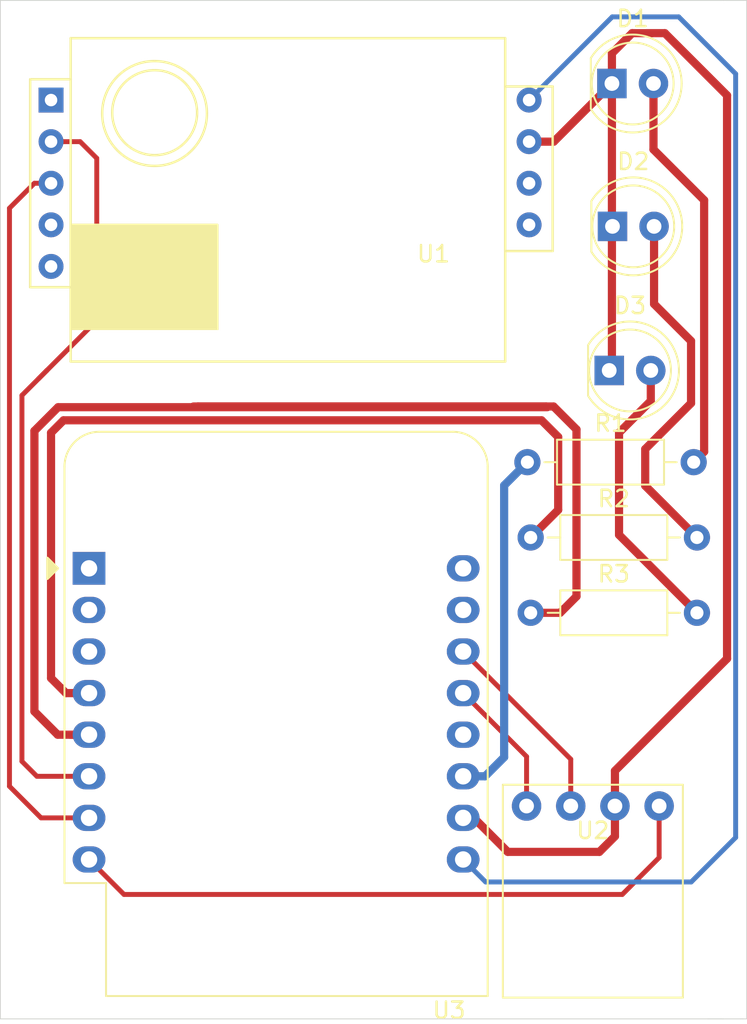
<source format=kicad_pcb>
(kicad_pcb (version 20171130) (host pcbnew "(5.1.8)-1")

  (general
    (thickness 1.6)
    (drawings 9)
    (tracks 86)
    (zones 0)
    (modules 9)
    (nets 25)
  )

  (page A4)
  (layers
    (0 F.Cu signal)
    (31 B.Cu signal)
    (32 B.Adhes user)
    (33 F.Adhes user)
    (34 B.Paste user)
    (35 F.Paste user)
    (36 B.SilkS user)
    (37 F.SilkS user)
    (38 B.Mask user)
    (39 F.Mask user)
    (40 Dwgs.User user)
    (41 Cmts.User user)
    (42 Eco1.User user)
    (43 Eco2.User user)
    (44 Edge.Cuts user)
    (45 Margin user)
    (46 B.CrtYd user)
    (47 F.CrtYd user)
    (48 B.Fab user)
    (49 F.Fab user)
  )

  (setup
    (last_trace_width 0.3)
    (trace_clearance 0.3)
    (zone_clearance 0.508)
    (zone_45_only no)
    (trace_min 0.2)
    (via_size 0.8)
    (via_drill 0.4)
    (via_min_size 0.4)
    (via_min_drill 0.3)
    (uvia_size 0.3)
    (uvia_drill 0.1)
    (uvias_allowed no)
    (uvia_min_size 0.2)
    (uvia_min_drill 0.1)
    (edge_width 0.05)
    (segment_width 0.2)
    (pcb_text_width 0.3)
    (pcb_text_size 1.5 1.5)
    (mod_edge_width 0.12)
    (mod_text_size 1 1)
    (mod_text_width 0.15)
    (pad_size 1.524 1.524)
    (pad_drill 0.762)
    (pad_to_mask_clearance 0)
    (aux_axis_origin 0 0)
    (visible_elements 7FFFFFFF)
    (pcbplotparams
      (layerselection 0x010fc_ffffffff)
      (usegerberextensions false)
      (usegerberattributes true)
      (usegerberadvancedattributes true)
      (creategerberjobfile true)
      (excludeedgelayer true)
      (linewidth 0.100000)
      (plotframeref false)
      (viasonmask false)
      (mode 1)
      (useauxorigin false)
      (hpglpennumber 1)
      (hpglpenspeed 20)
      (hpglpendiameter 15.000000)
      (psnegative false)
      (psa4output false)
      (plotreference true)
      (plotvalue true)
      (plotinvisibletext false)
      (padsonsilk false)
      (subtractmaskfromsilk false)
      (outputformat 1)
      (mirror false)
      (drillshape 0)
      (scaleselection 1)
      (outputdirectory "JLCPCB/"))
  )

  (net 0 "")
  (net 1 "Net-(D1-Pad1)")
  (net 2 "Net-(D1-Pad2)")
  (net 3 "Net-(D2-Pad2)")
  (net 4 "Net-(D3-Pad2)")
  (net 5 "Net-(R1-Pad1)")
  (net 6 "Net-(R2-Pad1)")
  (net 7 "Net-(R3-Pad1)")
  (net 8 "Net-(U1-Pad9)")
  (net 9 "Net-(U1-Pad8)")
  (net 10 "Net-(U1-Pad6)")
  (net 11 "Net-(U1-Pad5)")
  (net 12 "Net-(U1-Pad4)")
  (net 13 "Net-(U1-Pad3)")
  (net 14 "Net-(U1-Pad2)")
  (net 15 "Net-(U1-Pad1)")
  (net 16 "Net-(U2-Pad3)")
  (net 17 "Net-(U2-Pad4)")
  (net 18 "Net-(U3-Pad2)")
  (net 19 "Net-(U3-Pad1)")
  (net 20 "Net-(U3-Pad3)")
  (net 21 "Net-(U3-Pad12)")
  (net 22 "Net-(U3-Pad15)")
  (net 23 "Net-(U3-Pad16)")
  (net 24 "Net-(U2-Pad1)")

  (net_class Default "This is the default net class."
    (clearance 0.3)
    (trace_width 0.3)
    (via_dia 0.8)
    (via_drill 0.4)
    (uvia_dia 0.3)
    (uvia_drill 0.1)
    (add_net "Net-(U1-Pad1)")
    (add_net "Net-(U1-Pad2)")
    (add_net "Net-(U1-Pad3)")
    (add_net "Net-(U1-Pad4)")
    (add_net "Net-(U1-Pad5)")
    (add_net "Net-(U1-Pad6)")
    (add_net "Net-(U1-Pad8)")
    (add_net "Net-(U1-Pad9)")
    (add_net "Net-(U2-Pad1)")
    (add_net "Net-(U2-Pad3)")
    (add_net "Net-(U2-Pad4)")
    (add_net "Net-(U3-Pad1)")
    (add_net "Net-(U3-Pad12)")
    (add_net "Net-(U3-Pad15)")
    (add_net "Net-(U3-Pad16)")
    (add_net "Net-(U3-Pad2)")
    (add_net "Net-(U3-Pad3)")
  )

  (net_class PWR ""
    (clearance 0.3)
    (trace_width 0.5)
    (via_dia 0.8)
    (via_drill 0.4)
    (uvia_dia 0.3)
    (uvia_drill 0.1)
    (add_net "Net-(D1-Pad1)")
    (add_net "Net-(D1-Pad2)")
    (add_net "Net-(D2-Pad2)")
    (add_net "Net-(D3-Pad2)")
    (add_net "Net-(R1-Pad1)")
    (add_net "Net-(R2-Pad1)")
    (add_net "Net-(R3-Pad1)")
  )

  (module Module:WEMOS_D1_mini_light (layer F.Cu) (tedit 5BBFB1CE) (tstamp 5FD27F05)
    (at 221.015001 132.485001)
    (descr "16-pin module, column spacing 22.86 mm (900 mils), https://wiki.wemos.cc/products:d1:d1_mini, https://c1.staticflickr.com/1/734/31400410271_f278b087db_z.jpg")
    (tags "ESP8266 WiFi microcontroller")
    (path /5FCD2C92)
    (fp_text reference U3 (at 22 27) (layer F.SilkS)
      (effects (font (size 1 1) (thickness 0.15)))
    )
    (fp_text value WeMos_D1_mini (at 11.7 0) (layer F.Fab)
      (effects (font (size 1 1) (thickness 0.15)))
    )
    (fp_line (start 1.04 19.22) (end 1.04 26.12) (layer F.SilkS) (width 0.12))
    (fp_line (start -1.5 19.22) (end 1.04 19.22) (layer F.SilkS) (width 0.12))
    (fp_line (start -0.37 0) (end -1.37 -1) (layer F.Fab) (width 0.1))
    (fp_line (start -1.37 1) (end -0.37 0) (layer F.Fab) (width 0.1))
    (fp_line (start -1.37 -6.21) (end -1.37 -1) (layer F.Fab) (width 0.1))
    (fp_line (start 1.17 19.09) (end 1.17 25.99) (layer F.Fab) (width 0.1))
    (fp_line (start -1.37 19.09) (end 1.17 19.09) (layer F.Fab) (width 0.1))
    (fp_line (start -1.35 -7.4) (end -0.55 -8.2) (layer Dwgs.User) (width 0.1))
    (fp_line (start -1.3 -5.45) (end 1.45 -8.2) (layer Dwgs.User) (width 0.1))
    (fp_line (start -1.35 -3.4) (end 3.45 -8.2) (layer Dwgs.User) (width 0.1))
    (fp_line (start 22.65 -1.4) (end 24.25 -3) (layer Dwgs.User) (width 0.1))
    (fp_line (start 20.65 -1.4) (end 24.25 -5) (layer Dwgs.User) (width 0.1))
    (fp_line (start 18.65 -1.4) (end 24.25 -7) (layer Dwgs.User) (width 0.1))
    (fp_line (start 16.65 -1.4) (end 23.45 -8.2) (layer Dwgs.User) (width 0.1))
    (fp_line (start 14.65 -1.4) (end 21.45 -8.2) (layer Dwgs.User) (width 0.1))
    (fp_line (start 12.65 -1.4) (end 19.45 -8.2) (layer Dwgs.User) (width 0.1))
    (fp_line (start 10.65 -1.4) (end 17.45 -8.2) (layer Dwgs.User) (width 0.1))
    (fp_line (start 8.65 -1.4) (end 15.45 -8.2) (layer Dwgs.User) (width 0.1))
    (fp_line (start 6.65 -1.4) (end 13.45 -8.2) (layer Dwgs.User) (width 0.1))
    (fp_line (start 4.65 -1.4) (end 11.45 -8.2) (layer Dwgs.User) (width 0.1))
    (fp_line (start 2.65 -1.4) (end 9.45 -8.2) (layer Dwgs.User) (width 0.1))
    (fp_line (start 0.65 -1.4) (end 7.45 -8.2) (layer Dwgs.User) (width 0.1))
    (fp_line (start -1.35 -1.4) (end 5.45 -8.2) (layer Dwgs.User) (width 0.1))
    (fp_line (start -1.35 -8.2) (end -1.35 -1.4) (layer Dwgs.User) (width 0.1))
    (fp_line (start 24.25 -8.2) (end -1.35 -8.2) (layer Dwgs.User) (width 0.1))
    (fp_line (start 24.25 -1.4) (end 24.25 -8.2) (layer Dwgs.User) (width 0.1))
    (fp_line (start -1.35 -1.4) (end 24.25 -1.4) (layer Dwgs.User) (width 0.1))
    (fp_poly (pts (xy -2.54 -0.635) (xy -2.54 0.635) (xy -1.905 0)) (layer F.SilkS) (width 0.15))
    (fp_line (start -1.62 26.24) (end -1.62 -8.46) (layer F.CrtYd) (width 0.05))
    (fp_line (start 24.48 26.24) (end -1.62 26.24) (layer F.CrtYd) (width 0.05))
    (fp_line (start 24.48 -8.41) (end 24.48 26.24) (layer F.CrtYd) (width 0.05))
    (fp_line (start -1.62 -8.46) (end 24.48 -8.46) (layer F.CrtYd) (width 0.05))
    (fp_line (start -1.37 1) (end -1.37 19.09) (layer F.Fab) (width 0.1))
    (fp_line (start 22.23 -8.21) (end 0.63 -8.21) (layer F.Fab) (width 0.1))
    (fp_line (start 24.23 25.99) (end 24.23 -6.21) (layer F.Fab) (width 0.1))
    (fp_line (start 1.17 25.99) (end 24.23 25.99) (layer F.Fab) (width 0.1))
    (fp_line (start 22.24 -8.34) (end 0.63 -8.34) (layer F.SilkS) (width 0.12))
    (fp_line (start 24.36 26.12) (end 24.36 -6.21) (layer F.SilkS) (width 0.12))
    (fp_line (start -1.5 19.22) (end -1.5 -6.21) (layer F.SilkS) (width 0.12))
    (fp_line (start 1.04 26.12) (end 24.36 26.12) (layer F.SilkS) (width 0.12))
    (fp_text user %R (at 11.43 10) (layer F.Fab)
      (effects (font (size 1 1) (thickness 0.15)))
    )
    (fp_arc (start 0.63 -6.21) (end 0.63 -8.21) (angle -90) (layer F.Fab) (width 0.1))
    (fp_arc (start 22.23 -6.21) (end 24.23 -6.19) (angle -90) (layer F.Fab) (width 0.1))
    (fp_arc (start 0.63 -6.21) (end 0.63 -8.34) (angle -90) (layer F.SilkS) (width 0.12))
    (fp_arc (start 22.23 -6.21) (end 24.36 -6.21) (angle -90) (layer F.SilkS) (width 0.12))
    (fp_text user "KEEP OUT" (at 11.43 -6.35) (layer Cmts.User)
      (effects (font (size 1 1) (thickness 0.15)))
    )
    (fp_text user "No copper" (at 11.43 -3.81) (layer Cmts.User)
      (effects (font (size 1 1) (thickness 0.15)))
    )
    (pad 2 thru_hole oval (at 0 2.54) (size 2 1.6) (drill 1) (layers *.Cu *.Mask)
      (net 18 "Net-(U3-Pad2)"))
    (pad 1 thru_hole rect (at 0 0) (size 2 2) (drill 1) (layers *.Cu *.Mask)
      (net 19 "Net-(U3-Pad1)"))
    (pad 3 thru_hole oval (at 0 5.08) (size 2 1.6) (drill 1) (layers *.Cu *.Mask)
      (net 20 "Net-(U3-Pad3)"))
    (pad 4 thru_hole oval (at 0 7.62) (size 2 1.6) (drill 1) (layers *.Cu *.Mask)
      (net 6 "Net-(R2-Pad1)"))
    (pad 5 thru_hole oval (at 0 10.16) (size 2 1.6) (drill 1) (layers *.Cu *.Mask)
      (net 7 "Net-(R3-Pad1)"))
    (pad 6 thru_hole oval (at 0 12.7) (size 2 1.6) (drill 1) (layers *.Cu *.Mask)
      (net 14 "Net-(U1-Pad2)"))
    (pad 7 thru_hole oval (at 0 15.24) (size 2 1.6) (drill 1) (layers *.Cu *.Mask)
      (net 13 "Net-(U1-Pad3)"))
    (pad 8 thru_hole oval (at 0 17.78) (size 2 1.6) (drill 1) (layers *.Cu *.Mask)
      (net 24 "Net-(U2-Pad1)"))
    (pad 9 thru_hole oval (at 22.86 17.78) (size 2 1.6) (drill 1) (layers *.Cu *.Mask)
      (net 10 "Net-(U1-Pad6)"))
    (pad 10 thru_hole oval (at 22.86 15.24) (size 2 1.6) (drill 1) (layers *.Cu *.Mask)
      (net 1 "Net-(D1-Pad1)"))
    (pad 11 thru_hole oval (at 22.86 12.7) (size 2 1.6) (drill 1) (layers *.Cu *.Mask)
      (net 5 "Net-(R1-Pad1)"))
    (pad 12 thru_hole oval (at 22.86 10.16) (size 2 1.6) (drill 1) (layers *.Cu *.Mask)
      (net 21 "Net-(U3-Pad12)"))
    (pad 13 thru_hole oval (at 22.86 7.62) (size 2 1.6) (drill 1) (layers *.Cu *.Mask)
      (net 17 "Net-(U2-Pad4)"))
    (pad 14 thru_hole oval (at 22.86 5.08) (size 2 1.6) (drill 1) (layers *.Cu *.Mask)
      (net 16 "Net-(U2-Pad3)"))
    (pad 15 thru_hole oval (at 22.86 2.54) (size 2 1.6) (drill 1) (layers *.Cu *.Mask)
      (net 22 "Net-(U3-Pad15)"))
    (pad 16 thru_hole oval (at 22.86 0) (size 2 1.6) (drill 1) (layers *.Cu *.Mask)
      (net 23 "Net-(U3-Pad16)"))
    (model ${KISYS3DMOD}/Module.3dshapes/WEMOS_D1_mini_light.wrl
      (at (xyz 0 0 0))
      (scale (xyz 1 1 1))
      (rotate (xyz 0 0 0))
    )
    (model ${KISYS3DMOD}/Connector_PinHeader_2.54mm.3dshapes/PinHeader_1x08_P2.54mm_Vertical.wrl
      (offset (xyz 0 0 9.5))
      (scale (xyz 1 1 1))
      (rotate (xyz 0 -180 0))
    )
    (model ${KISYS3DMOD}/Connector_PinHeader_2.54mm.3dshapes/PinHeader_1x08_P2.54mm_Vertical.wrl
      (offset (xyz 22.86 0 9.5))
      (scale (xyz 1 1 1))
      (rotate (xyz 0 -180 0))
    )
    (model ${KISYS3DMOD}/Connector_PinSocket_2.54mm.3dshapes/PinSocket_1x08_P2.54mm_Vertical.wrl
      (at (xyz 0 0 0))
      (scale (xyz 1 1 1))
      (rotate (xyz 0 0 0))
    )
    (model ${KISYS3DMOD}/Connector_PinSocket_2.54mm.3dshapes/PinSocket_1x08_P2.54mm_Vertical.wrl
      (offset (xyz 22.86 0 0))
      (scale (xyz 1 1 1))
      (rotate (xyz 0 0 0))
    )
  )

  (module LED_THT:LED_D5.0mm (layer F.Cu) (tedit 5995936A) (tstamp 5FD29705)
    (at 252.965001 102.875001)
    (descr "LED, diameter 5.0mm, 2 pins, http://cdn-reichelt.de/documents/datenblatt/A500/LL-504BC2E-009.pdf")
    (tags "LED diameter 5.0mm 2 pins")
    (path /5FD12599)
    (fp_text reference D1 (at 1.27 -3.96) (layer F.SilkS)
      (effects (font (size 1 1) (thickness 0.15)))
    )
    (fp_text value LED (at 1.27 3.96) (layer F.Fab)
      (effects (font (size 1 1) (thickness 0.15)))
    )
    (fp_line (start 4.5 -3.25) (end -1.95 -3.25) (layer F.CrtYd) (width 0.05))
    (fp_line (start 4.5 3.25) (end 4.5 -3.25) (layer F.CrtYd) (width 0.05))
    (fp_line (start -1.95 3.25) (end 4.5 3.25) (layer F.CrtYd) (width 0.05))
    (fp_line (start -1.95 -3.25) (end -1.95 3.25) (layer F.CrtYd) (width 0.05))
    (fp_line (start -1.29 -1.545) (end -1.29 1.545) (layer F.SilkS) (width 0.12))
    (fp_line (start -1.23 -1.469694) (end -1.23 1.469694) (layer F.Fab) (width 0.1))
    (fp_circle (center 1.27 0) (end 3.77 0) (layer F.SilkS) (width 0.12))
    (fp_circle (center 1.27 0) (end 3.77 0) (layer F.Fab) (width 0.1))
    (fp_arc (start 1.27 0) (end -1.23 -1.469694) (angle 299.1) (layer F.Fab) (width 0.1))
    (fp_arc (start 1.27 0) (end -1.29 -1.54483) (angle 148.9) (layer F.SilkS) (width 0.12))
    (fp_arc (start 1.27 0) (end -1.29 1.54483) (angle -148.9) (layer F.SilkS) (width 0.12))
    (fp_text user %R (at 1.25 0) (layer F.Fab)
      (effects (font (size 0.8 0.8) (thickness 0.2)))
    )
    (pad 1 thru_hole rect (at 0 0) (size 1.8 1.8) (drill 0.9) (layers *.Cu *.Mask)
      (net 1 "Net-(D1-Pad1)"))
    (pad 2 thru_hole circle (at 2.54 0) (size 1.8 1.8) (drill 0.9) (layers *.Cu *.Mask)
      (net 2 "Net-(D1-Pad2)"))
    (model ${KISYS3DMOD}/LED_THT.3dshapes/LED_D5.0mm.wrl
      (at (xyz 0 0 0))
      (scale (xyz 1 1 1))
      (rotate (xyz 0 0 0))
    )
  )

  (module LED_THT:LED_D5.0mm (layer F.Cu) (tedit 5995936A) (tstamp 5FD296D2)
    (at 253 111.6)
    (descr "LED, diameter 5.0mm, 2 pins, http://cdn-reichelt.de/documents/datenblatt/A500/LL-504BC2E-009.pdf")
    (tags "LED diameter 5.0mm 2 pins")
    (path /5FD136A0)
    (fp_text reference D2 (at 1.27 -3.96) (layer F.SilkS)
      (effects (font (size 1 1) (thickness 0.15)))
    )
    (fp_text value LED (at 1.27 3.96) (layer F.Fab)
      (effects (font (size 1 1) (thickness 0.15)))
    )
    (fp_circle (center 1.27 0) (end 3.77 0) (layer F.Fab) (width 0.1))
    (fp_circle (center 1.27 0) (end 3.77 0) (layer F.SilkS) (width 0.12))
    (fp_line (start -1.23 -1.469694) (end -1.23 1.469694) (layer F.Fab) (width 0.1))
    (fp_line (start -1.29 -1.545) (end -1.29 1.545) (layer F.SilkS) (width 0.12))
    (fp_line (start -1.95 -3.25) (end -1.95 3.25) (layer F.CrtYd) (width 0.05))
    (fp_line (start -1.95 3.25) (end 4.5 3.25) (layer F.CrtYd) (width 0.05))
    (fp_line (start 4.5 3.25) (end 4.5 -3.25) (layer F.CrtYd) (width 0.05))
    (fp_line (start 4.5 -3.25) (end -1.95 -3.25) (layer F.CrtYd) (width 0.05))
    (fp_text user %R (at 1.25 0) (layer F.Fab)
      (effects (font (size 0.8 0.8) (thickness 0.2)))
    )
    (fp_arc (start 1.27 0) (end -1.29 1.54483) (angle -148.9) (layer F.SilkS) (width 0.12))
    (fp_arc (start 1.27 0) (end -1.29 -1.54483) (angle 148.9) (layer F.SilkS) (width 0.12))
    (fp_arc (start 1.27 0) (end -1.23 -1.469694) (angle 299.1) (layer F.Fab) (width 0.1))
    (pad 2 thru_hole circle (at 2.54 0) (size 1.8 1.8) (drill 0.9) (layers *.Cu *.Mask)
      (net 3 "Net-(D2-Pad2)"))
    (pad 1 thru_hole rect (at 0 0) (size 1.8 1.8) (drill 0.9) (layers *.Cu *.Mask)
      (net 1 "Net-(D1-Pad1)"))
    (model ${KISYS3DMOD}/LED_THT.3dshapes/LED_D5.0mm.wrl
      (at (xyz 0 0 0))
      (scale (xyz 1 1 1))
      (rotate (xyz 0 0 0))
    )
  )

  (module LED_THT:LED_D5.0mm (layer F.Cu) (tedit 5995936A) (tstamp 5FD2977A)
    (at 252.8 120.4)
    (descr "LED, diameter 5.0mm, 2 pins, http://cdn-reichelt.de/documents/datenblatt/A500/LL-504BC2E-009.pdf")
    (tags "LED diameter 5.0mm 2 pins")
    (path /5FD14625)
    (fp_text reference D3 (at 1.27 -3.96) (layer F.SilkS)
      (effects (font (size 1 1) (thickness 0.15)))
    )
    (fp_text value LED (at 1.27 3.96) (layer F.Fab)
      (effects (font (size 1 1) (thickness 0.15)))
    )
    (fp_line (start 4.5 -3.25) (end -1.95 -3.25) (layer F.CrtYd) (width 0.05))
    (fp_line (start 4.5 3.25) (end 4.5 -3.25) (layer F.CrtYd) (width 0.05))
    (fp_line (start -1.95 3.25) (end 4.5 3.25) (layer F.CrtYd) (width 0.05))
    (fp_line (start -1.95 -3.25) (end -1.95 3.25) (layer F.CrtYd) (width 0.05))
    (fp_line (start -1.29 -1.545) (end -1.29 1.545) (layer F.SilkS) (width 0.12))
    (fp_line (start -1.23 -1.469694) (end -1.23 1.469694) (layer F.Fab) (width 0.1))
    (fp_circle (center 1.27 0) (end 3.77 0) (layer F.SilkS) (width 0.12))
    (fp_circle (center 1.27 0) (end 3.77 0) (layer F.Fab) (width 0.1))
    (fp_arc (start 1.27 0) (end -1.23 -1.469694) (angle 299.1) (layer F.Fab) (width 0.1))
    (fp_arc (start 1.27 0) (end -1.29 -1.54483) (angle 148.9) (layer F.SilkS) (width 0.12))
    (fp_arc (start 1.27 0) (end -1.29 1.54483) (angle -148.9) (layer F.SilkS) (width 0.12))
    (fp_text user %R (at 1.25 0) (layer F.Fab)
      (effects (font (size 0.8 0.8) (thickness 0.2)))
    )
    (pad 1 thru_hole rect (at 0 0) (size 1.8 1.8) (drill 0.9) (layers *.Cu *.Mask)
      (net 1 "Net-(D1-Pad1)"))
    (pad 2 thru_hole circle (at 2.54 0) (size 1.8 1.8) (drill 0.9) (layers *.Cu *.Mask)
      (net 4 "Net-(D3-Pad2)"))
    (model ${KISYS3DMOD}/LED_THT.3dshapes/LED_D5.0mm.wrl
      (at (xyz 0 0 0))
      (scale (xyz 1 1 1))
      (rotate (xyz 0 0 0))
    )
  )

  (module Resistor_THT:R_Axial_DIN0207_L6.3mm_D2.5mm_P10.16mm_Horizontal (layer F.Cu) (tedit 5AE5139B) (tstamp 5FD2973D)
    (at 247.8 126)
    (descr "Resistor, Axial_DIN0207 series, Axial, Horizontal, pin pitch=10.16mm, 0.25W = 1/4W, length*diameter=6.3*2.5mm^2, http://cdn-reichelt.de/documents/datenblatt/B400/1_4W%23YAG.pdf")
    (tags "Resistor Axial_DIN0207 series Axial Horizontal pin pitch 10.16mm 0.25W = 1/4W length 6.3mm diameter 2.5mm")
    (path /5FD1520A)
    (fp_text reference R1 (at 5.08 -2.37) (layer F.SilkS)
      (effects (font (size 1 1) (thickness 0.15)))
    )
    (fp_text value R (at 5.08 2.37) (layer F.Fab)
      (effects (font (size 1 1) (thickness 0.15)))
    )
    (fp_line (start 11.21 -1.5) (end -1.05 -1.5) (layer F.CrtYd) (width 0.05))
    (fp_line (start 11.21 1.5) (end 11.21 -1.5) (layer F.CrtYd) (width 0.05))
    (fp_line (start -1.05 1.5) (end 11.21 1.5) (layer F.CrtYd) (width 0.05))
    (fp_line (start -1.05 -1.5) (end -1.05 1.5) (layer F.CrtYd) (width 0.05))
    (fp_line (start 9.12 0) (end 8.35 0) (layer F.SilkS) (width 0.12))
    (fp_line (start 1.04 0) (end 1.81 0) (layer F.SilkS) (width 0.12))
    (fp_line (start 8.35 -1.37) (end 1.81 -1.37) (layer F.SilkS) (width 0.12))
    (fp_line (start 8.35 1.37) (end 8.35 -1.37) (layer F.SilkS) (width 0.12))
    (fp_line (start 1.81 1.37) (end 8.35 1.37) (layer F.SilkS) (width 0.12))
    (fp_line (start 1.81 -1.37) (end 1.81 1.37) (layer F.SilkS) (width 0.12))
    (fp_line (start 10.16 0) (end 8.23 0) (layer F.Fab) (width 0.1))
    (fp_line (start 0 0) (end 1.93 0) (layer F.Fab) (width 0.1))
    (fp_line (start 8.23 -1.25) (end 1.93 -1.25) (layer F.Fab) (width 0.1))
    (fp_line (start 8.23 1.25) (end 8.23 -1.25) (layer F.Fab) (width 0.1))
    (fp_line (start 1.93 1.25) (end 8.23 1.25) (layer F.Fab) (width 0.1))
    (fp_line (start 1.93 -1.25) (end 1.93 1.25) (layer F.Fab) (width 0.1))
    (fp_text user %R (at 5.08 0) (layer F.Fab)
      (effects (font (size 1 1) (thickness 0.15)))
    )
    (pad 1 thru_hole circle (at 0 0) (size 1.6 1.6) (drill 0.8) (layers *.Cu *.Mask)
      (net 5 "Net-(R1-Pad1)"))
    (pad 2 thru_hole oval (at 10.16 0) (size 1.6 1.6) (drill 0.8) (layers *.Cu *.Mask)
      (net 2 "Net-(D1-Pad2)"))
    (model ${KISYS3DMOD}/Resistor_THT.3dshapes/R_Axial_DIN0207_L6.3mm_D2.5mm_P10.16mm_Horizontal.wrl
      (at (xyz 0 0 0))
      (scale (xyz 1 1 1))
      (rotate (xyz 0 0 0))
    )
  )

  (module Resistor_THT:R_Axial_DIN0207_L6.3mm_D2.5mm_P10.16mm_Horizontal (layer F.Cu) (tedit 5AE5139B) (tstamp 5FD297FD)
    (at 248 130.6)
    (descr "Resistor, Axial_DIN0207 series, Axial, Horizontal, pin pitch=10.16mm, 0.25W = 1/4W, length*diameter=6.3*2.5mm^2, http://cdn-reichelt.de/documents/datenblatt/B400/1_4W%23YAG.pdf")
    (tags "Resistor Axial_DIN0207 series Axial Horizontal pin pitch 10.16mm 0.25W = 1/4W length 6.3mm diameter 2.5mm")
    (path /5FD163C1)
    (fp_text reference R2 (at 5.08 -2.37) (layer F.SilkS)
      (effects (font (size 1 1) (thickness 0.15)))
    )
    (fp_text value R (at 5.08 2.37) (layer F.Fab)
      (effects (font (size 1 1) (thickness 0.15)))
    )
    (fp_line (start 1.93 -1.25) (end 1.93 1.25) (layer F.Fab) (width 0.1))
    (fp_line (start 1.93 1.25) (end 8.23 1.25) (layer F.Fab) (width 0.1))
    (fp_line (start 8.23 1.25) (end 8.23 -1.25) (layer F.Fab) (width 0.1))
    (fp_line (start 8.23 -1.25) (end 1.93 -1.25) (layer F.Fab) (width 0.1))
    (fp_line (start 0 0) (end 1.93 0) (layer F.Fab) (width 0.1))
    (fp_line (start 10.16 0) (end 8.23 0) (layer F.Fab) (width 0.1))
    (fp_line (start 1.81 -1.37) (end 1.81 1.37) (layer F.SilkS) (width 0.12))
    (fp_line (start 1.81 1.37) (end 8.35 1.37) (layer F.SilkS) (width 0.12))
    (fp_line (start 8.35 1.37) (end 8.35 -1.37) (layer F.SilkS) (width 0.12))
    (fp_line (start 8.35 -1.37) (end 1.81 -1.37) (layer F.SilkS) (width 0.12))
    (fp_line (start 1.04 0) (end 1.81 0) (layer F.SilkS) (width 0.12))
    (fp_line (start 9.12 0) (end 8.35 0) (layer F.SilkS) (width 0.12))
    (fp_line (start -1.05 -1.5) (end -1.05 1.5) (layer F.CrtYd) (width 0.05))
    (fp_line (start -1.05 1.5) (end 11.21 1.5) (layer F.CrtYd) (width 0.05))
    (fp_line (start 11.21 1.5) (end 11.21 -1.5) (layer F.CrtYd) (width 0.05))
    (fp_line (start 11.21 -1.5) (end -1.05 -1.5) (layer F.CrtYd) (width 0.05))
    (fp_text user %R (at 5.08 0) (layer F.Fab)
      (effects (font (size 1 1) (thickness 0.15)))
    )
    (pad 2 thru_hole oval (at 10.16 0) (size 1.6 1.6) (drill 0.8) (layers *.Cu *.Mask)
      (net 3 "Net-(D2-Pad2)"))
    (pad 1 thru_hole circle (at 0 0) (size 1.6 1.6) (drill 0.8) (layers *.Cu *.Mask)
      (net 6 "Net-(R2-Pad1)"))
    (model ${KISYS3DMOD}/Resistor_THT.3dshapes/R_Axial_DIN0207_L6.3mm_D2.5mm_P10.16mm_Horizontal.wrl
      (at (xyz 0 0 0))
      (scale (xyz 1 1 1))
      (rotate (xyz 0 0 0))
    )
  )

  (module Resistor_THT:R_Axial_DIN0207_L6.3mm_D2.5mm_P10.16mm_Horizontal (layer F.Cu) (tedit 5AE5139B) (tstamp 5FD29695)
    (at 248 135.2)
    (descr "Resistor, Axial_DIN0207 series, Axial, Horizontal, pin pitch=10.16mm, 0.25W = 1/4W, length*diameter=6.3*2.5mm^2, http://cdn-reichelt.de/documents/datenblatt/B400/1_4W%23YAG.pdf")
    (tags "Resistor Axial_DIN0207 series Axial Horizontal pin pitch 10.16mm 0.25W = 1/4W length 6.3mm diameter 2.5mm")
    (path /5FD16E36)
    (fp_text reference R3 (at 5.08 -2.37) (layer F.SilkS)
      (effects (font (size 1 1) (thickness 0.15)))
    )
    (fp_text value R (at 5.08 2.37) (layer F.Fab)
      (effects (font (size 1 1) (thickness 0.15)))
    )
    (fp_line (start 11.21 -1.5) (end -1.05 -1.5) (layer F.CrtYd) (width 0.05))
    (fp_line (start 11.21 1.5) (end 11.21 -1.5) (layer F.CrtYd) (width 0.05))
    (fp_line (start -1.05 1.5) (end 11.21 1.5) (layer F.CrtYd) (width 0.05))
    (fp_line (start -1.05 -1.5) (end -1.05 1.5) (layer F.CrtYd) (width 0.05))
    (fp_line (start 9.12 0) (end 8.35 0) (layer F.SilkS) (width 0.12))
    (fp_line (start 1.04 0) (end 1.81 0) (layer F.SilkS) (width 0.12))
    (fp_line (start 8.35 -1.37) (end 1.81 -1.37) (layer F.SilkS) (width 0.12))
    (fp_line (start 8.35 1.37) (end 8.35 -1.37) (layer F.SilkS) (width 0.12))
    (fp_line (start 1.81 1.37) (end 8.35 1.37) (layer F.SilkS) (width 0.12))
    (fp_line (start 1.81 -1.37) (end 1.81 1.37) (layer F.SilkS) (width 0.12))
    (fp_line (start 10.16 0) (end 8.23 0) (layer F.Fab) (width 0.1))
    (fp_line (start 0 0) (end 1.93 0) (layer F.Fab) (width 0.1))
    (fp_line (start 8.23 -1.25) (end 1.93 -1.25) (layer F.Fab) (width 0.1))
    (fp_line (start 8.23 1.25) (end 8.23 -1.25) (layer F.Fab) (width 0.1))
    (fp_line (start 1.93 1.25) (end 8.23 1.25) (layer F.Fab) (width 0.1))
    (fp_line (start 1.93 -1.25) (end 1.93 1.25) (layer F.Fab) (width 0.1))
    (fp_text user %R (at 5.08 0) (layer F.Fab)
      (effects (font (size 1 1) (thickness 0.15)))
    )
    (pad 1 thru_hole circle (at 0 0) (size 1.6 1.6) (drill 0.8) (layers *.Cu *.Mask)
      (net 7 "Net-(R3-Pad1)"))
    (pad 2 thru_hole oval (at 10.16 0) (size 1.6 1.6) (drill 0.8) (layers *.Cu *.Mask)
      (net 4 "Net-(D3-Pad2)"))
    (model ${KISYS3DMOD}/Resistor_THT.3dshapes/R_Axial_DIN0207_L6.3mm_D2.5mm_P10.16mm_Horizontal.wrl
      (at (xyz 0 0 0))
      (scale (xyz 1 1 1))
      (rotate (xyz 0 0 0))
    )
  )

  (module mh-z19b:Winsen_MH-Z19B (layer F.Cu) (tedit 5F8B2EEF) (tstamp 5FD275D3)
    (at 218.694 117.856 180)
    (path /5FCBE99F)
    (fp_text reference U1 (at -23.368 4.572) (layer F.SilkS)
      (effects (font (size 1 1) (thickness 0.15)))
    )
    (fp_text value MH-Z19B (at -19.05 0.762) (layer F.Fab)
      (effects (font (size 1 1) (thickness 0.15)))
    )
    (fp_line (start -1.2 -2) (end -1.2 17.75) (layer F.SilkS) (width 0.15))
    (fp_poly (pts (xy -10.16 0) (xy -10.16 6.35) (xy -1.27 6.35) (xy -1.27 0)) (layer F.SilkS) (width 0.15))
    (fp_circle (center -6.330656 13.2) (end -8.530656 11.825) (layer F.SilkS) (width 0.15))
    (fp_circle (center -6.325 13.15) (end -9.425 12.35) (layer F.SilkS) (width 0.15))
    (fp_line (start -27.75 17.75) (end -1.2 17.75) (layer F.SilkS) (width 0.15))
    (fp_line (start -27.75 -2) (end -27.75 17.75) (layer F.SilkS) (width 0.15))
    (fp_line (start -30.65 14.8) (end -27.75 14.8) (layer F.SilkS) (width 0.15))
    (fp_line (start -30.65 4.75) (end -30.65 14.8) (layer F.SilkS) (width 0.15))
    (fp_line (start -27.75 4.75) (end -30.65 4.75) (layer F.SilkS) (width 0.15))
    (fp_line (start -1.27 2.54) (end 1.27 2.54) (layer F.SilkS) (width 0.15))
    (fp_line (start 1.275 2.54) (end 1.275 15.24) (layer F.SilkS) (width 0.15))
    (fp_line (start 1.27 15.24) (end -1.205 15.24) (layer F.SilkS) (width 0.15))
    (fp_line (start -1.2 -2) (end -27.75 -2) (layer F.SilkS) (width 0.15))
    (pad 9 thru_hole circle (at -29.21 6.35 180) (size 1.524 1.524) (drill 0.762) (layers *.Cu *.Mask)
      (net 8 "Net-(U1-Pad9)"))
    (pad 8 thru_hole circle (at -29.21 8.89 180) (size 1.524 1.524) (drill 0.762) (layers *.Cu *.Mask)
      (net 9 "Net-(U1-Pad8)"))
    (pad 7 thru_hole circle (at -29.21 11.43 180) (size 1.524 1.524) (drill 0.762) (layers *.Cu *.Mask)
      (net 1 "Net-(D1-Pad1)"))
    (pad 6 thru_hole circle (at -29.21 13.97 180) (size 1.524 1.524) (drill 0.762) (layers *.Cu *.Mask)
      (net 10 "Net-(U1-Pad6)"))
    (pad 5 thru_hole circle (at 0 3.81 180) (size 1.524 1.524) (drill 0.762) (layers *.Cu *.Mask)
      (net 11 "Net-(U1-Pad5)"))
    (pad 4 thru_hole circle (at 0 6.35 180) (size 1.524 1.524) (drill 0.762) (layers *.Cu *.Mask)
      (net 12 "Net-(U1-Pad4)"))
    (pad 3 thru_hole circle (at 0 8.89 180) (size 1.524 1.524) (drill 0.762) (layers *.Cu *.Mask)
      (net 13 "Net-(U1-Pad3)"))
    (pad 2 thru_hole circle (at 0 11.43 180) (size 1.524 1.524) (drill 0.762) (layers *.Cu *.Mask)
      (net 14 "Net-(U1-Pad2)"))
    (pad 1 thru_hole rect (at 0 13.97 180) (size 1.524 1.524) (drill 0.762) (layers *.Cu *.Mask)
      (net 15 "Net-(U1-Pad1)"))
  )

  (module GY-BME280:GY-BME280 (layer F.Cu) (tedit 5FD0FFBB) (tstamp 5FD28798)
    (at 251.8 149 180)
    (path /5FD2126B)
    (fp_text reference U2 (at 0 0.5) (layer F.SilkS)
      (effects (font (size 1 1) (thickness 0.15)))
    )
    (fp_text value gybmep (at 0 -0.5) (layer F.Fab)
      (effects (font (size 1 1) (thickness 0.15)))
    )
    (fp_line (start -5.5 3.3) (end 5.5 3.3) (layer F.SilkS) (width 0.12))
    (fp_line (start 5.5 3.3) (end 5.5 -9.7) (layer F.SilkS) (width 0.12))
    (fp_line (start 5.5 -9.7) (end -5.5 -9.7) (layer F.SilkS) (width 0.12))
    (fp_line (start -5.5 -9.7) (end -5.5 3.3) (layer F.SilkS) (width 0.12))
    (pad 4 thru_hole circle (at 4.05 2 180) (size 1.8 1.8) (drill 0.9) (layers *.Cu *.Mask)
      (net 17 "Net-(U2-Pad4)"))
    (pad 3 thru_hole circle (at 1.35 2 180) (size 1.8 1.8) (drill 0.9) (layers *.Cu *.Mask)
      (net 16 "Net-(U2-Pad3)"))
    (pad 2 thru_hole circle (at -1.35 2 180) (size 1.8 1.8) (drill 0.9) (layers *.Cu *.Mask)
      (net 1 "Net-(D1-Pad1)"))
    (pad 1 thru_hole circle (at -4.05 2 180) (size 1.8 1.8) (drill 0.9) (layers *.Cu *.Mask)
      (net 24 "Net-(U2-Pad1)"))
  )

  (gr_text mvich@escoladisseny.com (at 233 156.6) (layer Dwgs.User)
    (effects (font (size 1 1) (thickness 0.15)))
  )
  (gr_line (start 261.2 160) (end 260.8 160) (layer Edge.Cuts) (width 0.05))
  (gr_line (start 261.2 97.8) (end 261.2 160) (layer Edge.Cuts) (width 0.05))
  (gr_line (start 261 97.8) (end 261.2 97.8) (layer Edge.Cuts) (width 0.05))
  (gr_line (start 259.8 97.8) (end 261 97.8) (layer Edge.Cuts) (width 0.05) (tstamp 5FD29436))
  (gr_line (start 261 160) (end 258.8 160) (layer Edge.Cuts) (width 0.05))
  (gr_line (start 215.6 160) (end 215.6 97.8) (layer Edge.Cuts) (width 0.05) (tstamp 5FD29003))
  (gr_line (start 259.8 160) (end 215.6 160) (layer Edge.Cuts) (width 0.05))
  (gr_line (start 215.6 97.8) (end 259.8 97.8) (layer Edge.Cuts) (width 0.05))

  (segment (start 252.965001 120.234999) (end 252.8 120.4) (width 0.5) (layer F.Cu) (net 1) (tstamp 5FD2988A))
  (segment (start 252.965001 102.875001) (end 252.965001 120.234999) (width 0.5) (layer F.Cu) (net 1) (tstamp 5FD29887))
  (segment (start 243.875001 147.725001) (end 244.525001 147.725001) (width 0.5) (layer F.Cu) (net 1) (tstamp 5FD2985D))
  (segment (start 244.525001 147.725001) (end 246.6 149.8) (width 0.5) (layer F.Cu) (net 1) (tstamp 5FD29869))
  (segment (start 246.6 149.8) (end 252.2 149.8) (width 0.5) (layer F.Cu) (net 1) (tstamp 5FD29860))
  (segment (start 253.15 148.85) (end 253.15 147) (width 0.5) (layer F.Cu) (net 1) (tstamp 5FD29866))
  (segment (start 252.2 149.8) (end 253.15 148.85) (width 0.5) (layer F.Cu) (net 1) (tstamp 5FD29863))
  (segment (start 253.15 147) (end 253.15 144.85) (width 0.5) (layer F.Cu) (net 1) (tstamp 5FD2967D))
  (segment (start 253.15 144.85) (end 260 138) (width 0.5) (layer F.Cu) (net 1) (tstamp 5FD2966E))
  (segment (start 260 138) (end 260 103.6) (width 0.5) (layer F.Cu) (net 1) (tstamp 5FD29671))
  (segment (start 260 103.6) (end 256.2 99.8) (width 0.5) (layer F.Cu) (net 1) (tstamp 5FD2966B))
  (segment (start 256.2 99.8) (end 254.2 99.8) (width 0.5) (layer F.Cu) (net 1) (tstamp 5FD29659))
  (segment (start 252.965001 101.034999) (end 252.965001 102.875001) (width 0.5) (layer F.Cu) (net 1) (tstamp 5FD29662))
  (segment (start 254.2 99.8) (end 252.965001 101.034999) (width 0.5) (layer F.Cu) (net 1) (tstamp 5FD29668))
  (segment (start 249.414002 106.426) (end 252.965001 102.875001) (width 0.5) (layer F.Cu) (net 1))
  (segment (start 247.904 106.426) (end 249.414002 106.426) (width 0.5) (layer F.Cu) (net 1))
  (segment (start 255.505001 102.875001) (end 255.505001 106.905001) (width 0.5) (layer F.Cu) (net 2) (tstamp 5FD29857))
  (segment (start 258.60001 125.35999) (end 257.96 126) (width 0.5) (layer F.Cu) (net 2) (tstamp 5FD29845))
  (segment (start 258.60001 110.00001) (end 258.60001 125.35999) (width 0.5) (layer F.Cu) (net 2) (tstamp 5FD29833))
  (segment (start 255.505001 106.905001) (end 258.60001 110.00001) (width 0.5) (layer F.Cu) (net 2) (tstamp 5FD29854))
  (segment (start 255.54 111.6) (end 255.54 116.34) (width 0.5) (layer F.Cu) (net 3) (tstamp 5FD2985A))
  (segment (start 255.54 116.34) (end 257.8 118.6) (width 0.5) (layer F.Cu) (net 3) (tstamp 5FD2984B))
  (segment (start 257.8 118.6) (end 257.8 122.4) (width 0.5) (layer F.Cu) (net 3) (tstamp 5FD2983C))
  (segment (start 257.8 122.4) (end 255 125.2) (width 0.5) (layer F.Cu) (net 3) (tstamp 5FD29836))
  (segment (start 255 127.44) (end 258.16 130.6) (width 0.5) (layer F.Cu) (net 3) (tstamp 5FD29848))
  (segment (start 255 125.2) (end 255 127.44) (width 0.5) (layer F.Cu) (net 3) (tstamp 5FD29842))
  (segment (start 255.34 120.4) (end 255.34 122.26) (width 0.5) (layer F.Cu) (net 4) (tstamp 5FD2983F))
  (segment (start 255.34 122.26) (end 253.4 124.2) (width 0.5) (layer F.Cu) (net 4) (tstamp 5FD29839))
  (segment (start 253.4 130.44) (end 258.16 135.2) (width 0.5) (layer F.Cu) (net 4) (tstamp 5FD29851))
  (segment (start 253.4 124.2) (end 253.4 130.44) (width 0.5) (layer F.Cu) (net 4) (tstamp 5FD2984E))
  (segment (start 247.8 126) (end 246.38 127.42) (width 0.5) (layer B.Cu) (net 5))
  (segment (start 246.38 127.42) (end 246.38 144.018) (width 0.5) (layer B.Cu) (net 5))
  (segment (start 245.212999 145.185001) (end 243.875001 145.185001) (width 0.5) (layer B.Cu) (net 5))
  (segment (start 246.38 144.018) (end 245.212999 145.185001) (width 0.5) (layer B.Cu) (net 5))
  (segment (start 221.015001 140.535799) (end 221.015001 140.105001) (width 0.5) (layer F.Cu) (net 6) (tstamp 5FD29884))
  (segment (start 219.607001 140.105001) (end 221.015001 140.105001) (width 0.5) (layer F.Cu) (net 6))
  (segment (start 218.694 139.192) (end 219.607001 140.105001) (width 0.5) (layer F.Cu) (net 6))
  (segment (start 218.694 124.206) (end 218.694 139.192) (width 0.5) (layer F.Cu) (net 6))
  (segment (start 219.456 123.444) (end 218.694 124.206) (width 0.5) (layer F.Cu) (net 6))
  (segment (start 248.666 123.444) (end 219.456 123.444) (width 0.5) (layer F.Cu) (net 6))
  (segment (start 249.682 124.46) (end 248.666 123.444) (width 0.5) (layer F.Cu) (net 6))
  (segment (start 249.682 128.918) (end 249.682 124.46) (width 0.5) (layer F.Cu) (net 6))
  (segment (start 248 130.6) (end 249.682 128.918) (width 0.5) (layer F.Cu) (net 6))
  (segment (start 250.8 124) (end 249.4 122.6) (width 0.5) (layer F.Cu) (net 7) (tstamp 5FD2964A))
  (segment (start 250.8 134.2) (end 250.8 124) (width 0.5) (layer F.Cu) (net 7) (tstamp 5FD29614))
  (segment (start 249.8 135.2) (end 250.8 134.2) (width 0.5) (layer F.Cu) (net 7) (tstamp 5FD2961D))
  (segment (start 248 135.2) (end 249.8 135.2) (width 0.5) (layer F.Cu) (net 7) (tstamp 5FD29602))
  (segment (start 221.015001 142.645001) (end 219.861001 142.645001) (width 0.5) (layer F.Cu) (net 7))
  (segment (start 227.666 122.6) (end 227.4 122.6) (width 0.5) (layer F.Cu) (net 7))
  (segment (start 249.4 122.6) (end 227.666 122.6) (width 0.5) (layer F.Cu) (net 7))
  (segment (start 219.099001 142.645001) (end 221.015001 142.645001) (width 0.5) (layer F.Cu) (net 7))
  (segment (start 217.678 141.224) (end 219.099001 142.645001) (width 0.5) (layer F.Cu) (net 7))
  (segment (start 217.678 124.090616) (end 217.678 141.224) (width 0.5) (layer F.Cu) (net 7))
  (segment (start 219.124626 122.64399) (end 217.678 124.090616) (width 0.5) (layer F.Cu) (net 7))
  (segment (start 248.997374 122.64399) (end 219.124626 122.64399) (width 0.5) (layer F.Cu) (net 7))
  (segment (start 248.953384 122.6) (end 248.997374 122.64399) (width 0.5) (layer F.Cu) (net 7))
  (segment (start 227.666 122.6) (end 248.953384 122.6) (width 0.5) (layer F.Cu) (net 7))
  (segment (start 245.248 151.638) (end 243.875001 150.265001) (width 0.3) (layer B.Cu) (net 10))
  (segment (start 257.81 151.638) (end 245.248 151.638) (width 0.3) (layer B.Cu) (net 10))
  (segment (start 260.52499 102.28299) (end 260.52499 148.92301) (width 0.3) (layer B.Cu) (net 10))
  (segment (start 257.048 98.806) (end 260.52499 102.28299) (width 0.3) (layer B.Cu) (net 10))
  (segment (start 252.984 98.806) (end 257.048 98.806) (width 0.3) (layer B.Cu) (net 10))
  (segment (start 260.52499 148.92301) (end 257.81 151.638) (width 0.3) (layer B.Cu) (net 10))
  (segment (start 247.904 103.886) (end 252.984 98.806) (width 0.3) (layer B.Cu) (net 10))
  (segment (start 221.015001 147.725001) (end 218.083001 147.725001) (width 0.3) (layer F.Cu) (net 13))
  (segment (start 217.678 108.966) (end 218.694 108.966) (width 0.3) (layer F.Cu) (net 13))
  (segment (start 216.154 110.49) (end 217.678 108.966) (width 0.3) (layer F.Cu) (net 13))
  (segment (start 218.083001 147.725001) (end 216.154 145.796) (width 0.3) (layer F.Cu) (net 13))
  (segment (start 216.154 145.796) (end 216.154 110.49) (width 0.3) (layer F.Cu) (net 13))
  (segment (start 221.488 107.442) (end 221.488 117.348) (width 0.3) (layer F.Cu) (net 14))
  (segment (start 220.472 106.426) (end 221.488 107.442) (width 0.3) (layer F.Cu) (net 14))
  (segment (start 218.694 106.426) (end 220.472 106.426) (width 0.3) (layer F.Cu) (net 14))
  (segment (start 216.916 121.92) (end 218.44 120.396) (width 0.3) (layer F.Cu) (net 14))
  (segment (start 217.829001 145.185001) (end 216.916 144.272) (width 0.3) (layer F.Cu) (net 14))
  (segment (start 221.015001 145.185001) (end 217.829001 145.185001) (width 0.3) (layer F.Cu) (net 14))
  (segment (start 216.916 144.272) (end 216.916 121.92) (width 0.3) (layer F.Cu) (net 14))
  (segment (start 218.44 120.396) (end 217.932 120.904) (width 0.3) (layer F.Cu) (net 14))
  (segment (start 221.488 117.348) (end 218.44 120.396) (width 0.3) (layer F.Cu) (net 14))
  (segment (start 250.45 144.14) (end 243.875001 137.565001) (width 0.3) (layer F.Cu) (net 16) (tstamp 5FD2986F))
  (segment (start 250.45 147) (end 250.45 144.14) (width 0.3) (layer F.Cu) (net 16) (tstamp 5FD29872))
  (segment (start 247.75 143.98) (end 243.875001 140.105001) (width 0.3) (layer F.Cu) (net 17) (tstamp 5FD2987B))
  (segment (start 247.75 147) (end 247.75 143.98) (width 0.3) (layer F.Cu) (net 17) (tstamp 5FD29878))
  (segment (start 255.85 147) (end 255.85 150.15) (width 0.3) (layer F.Cu) (net 24) (tstamp 5FD29881))
  (segment (start 255.85 150.15) (end 253.6 152.4) (width 0.3) (layer F.Cu) (net 24) (tstamp 5FD2987E))
  (segment (start 223.15 152.4) (end 221.015001 150.265001) (width 0.3) (layer F.Cu) (net 24) (tstamp 5FD2986C))
  (segment (start 253.6 152.4) (end 223.15 152.4) (width 0.3) (layer F.Cu) (net 24) (tstamp 5FD29875))

)

</source>
